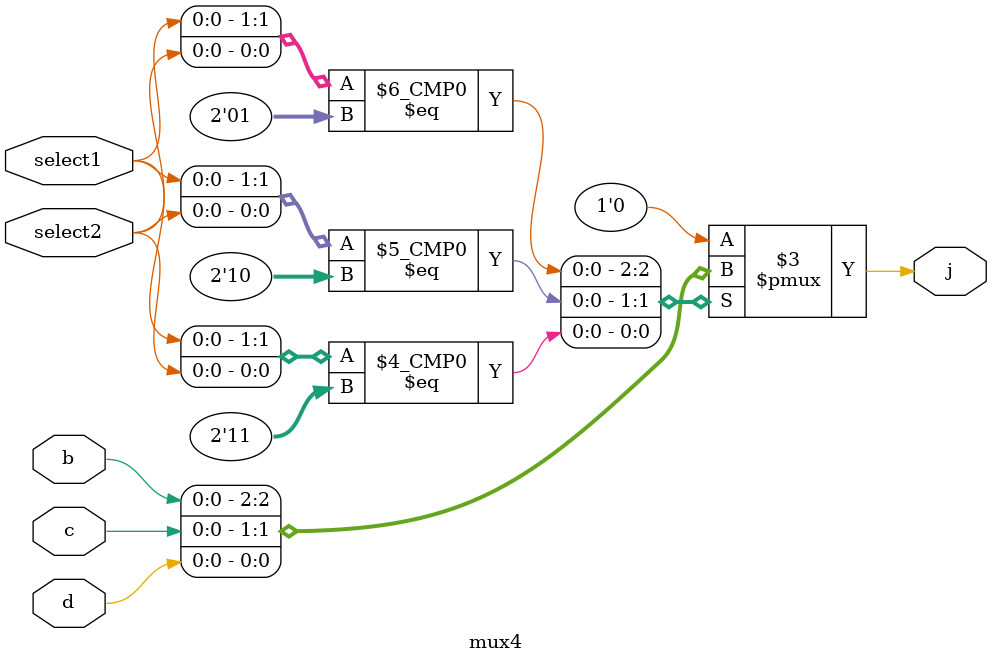
<source format=sv>
`timescale 1ns / 1ps


//module mux4(
//    input logic a,     
//    input logic b,   
//    input logic c,     
//    input logic d,    
//    input logic [1:0] select, 
//    output logic j     
//    );
    
//    always @(*)
//    begin 
//        case(select)
//            //2'b00: j = a;  
//            2'b01: j = b;  
//            2'b10: j = c;  
//            2'b11: j = d;  
//            default: j = 1'hff; 
//        endcase
//    end
//endmodule


/*
module mux4(
    input logic b,   
    input logic c,     
    input logic d,    
    input logic [1:0] select, 
    output logic j     
);

    always @(*) begin
        if (select == 2'b01) begin
            j = b;
        end else if (select == 2'b10) begin
            j = c;
        end else if (select == 2'b11) begin
            j = d;
        end 
    end

endmodule

*/


module mux4(
    input logic b,                 // Input b
    input logic c,                 // Input c
    input logic d,                 // Input d
    input logic select1,           // First select signal
    input logic select2,           // Second select signal
    output logic j                 // Output j
);

    always @(*) begin
        case ({select1, select2})   // Combine select1 and select2 into a 2-bit value
            2'b01: j = b;          // Select input b
            2'b10: j = c;          // Select input c
            2'b11: j = d;          // Select input d
            default: j = 1'b0;     // Default case (e.g., when both select1 and select2 are 0)
        endcase
    end

endmodule

</source>
